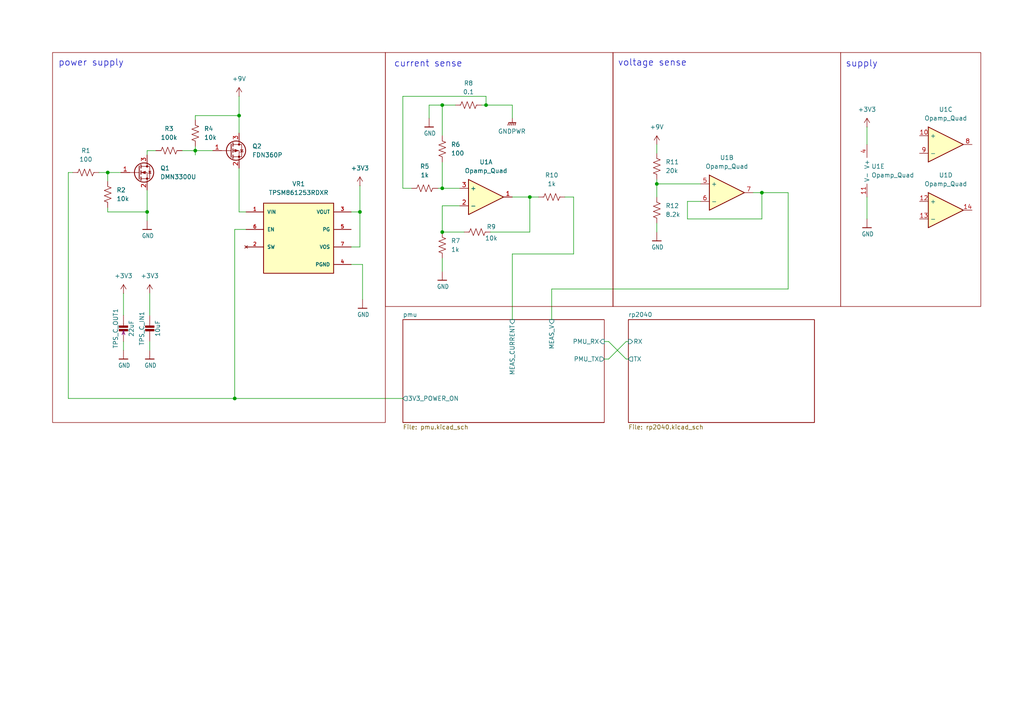
<source format=kicad_sch>
(kicad_sch (version 20250114) (generator "eeschema") (generator_version "9.0")
  (paper "A4")
  (lib_symbols
    (symbol "Adafruit Feather RP2040 RFM-eagle-import:CAP_CERAMIC0805-NOOUTLINE"
      (property "Reference" "C" (at -2.29 1.25 90))
      (symbol "CAP_CERAMIC0805-NOOUTLINE_1_0"
        (rectangle (start -1.27 1.524) (end 1.27 2.032) (fill (type outline)))
        (rectangle (start -1.27 0.508) (end 1.27 1.016) (fill (type outline)))
        (polyline (pts (xy 0 2.54) (xy 0 1.778)) (stroke (width 0.1524)))
        (polyline (pts (xy 0 0.762) (xy 0 0)) (stroke (width 0.1524)))
        (pin passive line (at 0 5.08 270) (length 2.54) (name "1") (number "1"))
        (pin passive line (at 0 -2.54 90) (length 2.54) (name "2") (number "2"))
      )
    )
    (symbol "Adafruit Feather RP2040 RFM-eagle-import:GND" (power)
      (symbol "GND_1_0"
        (polyline (pts (xy -1.27 0) (xy 1.27 0)) (stroke (width 0.254)))
        (pin power_in line (at 0 2.54 270) (length 2.54) (name "GND") (number "1"))
      )
    )
    (symbol "Device:Opamp_Quad"
      (property "Reference" "U" (at 0 5.08 0))
      (property "Value" "Opamp_Quad" (at 0 -5.08 0))
      (symbol "Opamp_Quad_1_1"
        (polyline (pts (xy -5.08 5.08) (xy 5.08 0) (xy -5.08 -5.08) (xy -5.08 5.08)) (stroke (width 0.254)) (fill (type background)))
        (pin input line (at -7.62 2.54 0) (length 2.54) (name "+") (number "3"))
        (pin input line (at -7.62 -2.54 0) (length 2.54) (name "-") (number "2"))
        (pin output line (at 7.62 0 180) (length 2.54) (name "~") (number "1"))
      )
      (symbol "Opamp_Quad_2_1"
        (polyline (pts (xy -5.08 5.08) (xy 5.08 0) (xy -5.08 -5.08) (xy -5.08 5.08)) (stroke (width 0.254)) (fill (type background)))
        (pin input line (at -7.62 2.54 0) (length 2.54) (name "+") (number "5"))
        (pin input line (at -7.62 -2.54 0) (length 2.54) (name "-") (number "6"))
        (pin output line (at 7.62 0 180) (length 2.54) (name "~") (number "7"))
      )
      (symbol "Opamp_Quad_3_1"
        (polyline (pts (xy -5.08 5.08) (xy 5.08 0) (xy -5.08 -5.08) (xy -5.08 5.08)) (stroke (width 0.254)) (fill (type background)))
        (pin input line (at -7.62 2.54 0) (length 2.54) (name "+") (number "10"))
        (pin input line (at -7.62 -2.54 0) (length 2.54) (name "-") (number "9"))
        (pin output line (at 7.62 0 180) (length 2.54) (name "~") (number "8"))
      )
      (symbol "Opamp_Quad_4_1"
        (polyline (pts (xy -5.08 5.08) (xy 5.08 0) (xy -5.08 -5.08) (xy -5.08 5.08)) (stroke (width 0.254)) (fill (type background)))
        (pin input line (at -7.62 2.54 0) (length 2.54) (name "+") (number "12"))
        (pin input line (at -7.62 -2.54 0) (length 2.54) (name "-") (number "13"))
        (pin output line (at 7.62 0 180) (length 2.54) (name "~") (number "14"))
      )
      (symbol "Opamp_Quad_5_1"
        (pin power_in line (at -2.54 7.62 270) (length 3.81) (name "V+") (number "4"))
        (pin power_in line (at -2.54 -7.62 90) (length 3.81) (name "V-") (number "11"))
      )
    )
    (symbol "Device:R_US" (pin_numbers (hide yes)) (pin_names (offset 0))
      (property "Reference" "R" (at 2.54 0 90))
      (property "Value" "R_US" (at -2.54 0 90))
      (symbol "R_US_0_1"
        (polyline (pts (xy 0 2.286) (xy 0 2.54)))
        (polyline (pts (xy 0 2.286) (xy 1.016 1.905) (xy 0 1.524) (xy -1.016 1.143) (xy 0 0.762)))
        (polyline (pts (xy 0 0.762) (xy 1.016 0.381) (xy 0 0) (xy -1.016 -0.381) (xy 0 -0.762)))
        (polyline (pts (xy 0 -0.762) (xy 1.016 -1.143) (xy 0 -1.524) (xy -1.016 -1.905) (xy 0 -2.286)))
        (polyline (pts (xy 0 -2.286) (xy 0 -2.54)))
      )
      (symbol "R_US_1_1"
        (pin passive line (at 0 3.81 270) (length 1.27) (name "~") (number "1"))
        (pin passive line (at 0 -3.81 90) (length 1.27) (name "~") (number "2"))
      )
    )
    (symbol "Transistor_FET:DMN3300U" (pin_names (offset 0) (hide yes))
      (property "Reference" "Q" (at 5.08 1.905 0))
      (property "Value" "DMN3300U" (at 5.08 0 0))
      (symbol "DMN3300U_0_1"
        (polyline (pts (xy 0.254 1.905) (xy 0.254 -1.905)) (stroke (width 0.254)))
        (polyline (pts (xy 0.254 0) (xy -2.54 0)))
        (polyline (pts (xy 0.762 2.286) (xy 0.762 1.27)) (stroke (width 0.254)))
        (polyline (pts (xy 0.762 0.508) (xy 0.762 -0.508)) (stroke (width 0.254)))
        (polyline (pts (xy 0.762 -1.27) (xy 0.762 -2.286)) (stroke (width 0.254)))
        (polyline (pts (xy 0.762 -1.778) (xy 3.302 -1.778) (xy 3.302 1.778) (xy 0.762 1.778)))
        (polyline (pts (xy 1.016 0) (xy 2.032 0.381) (xy 2.032 -0.381) (xy 1.016 0)) (fill (type outline)))
        (circle (center 1.651 0) (radius 2.794) (stroke (width 0.254)))
        (polyline (pts (xy 2.54 2.54) (xy 2.54 1.778)))
        (circle (center 2.54 1.778) (radius 0.254) (fill (type outline)))
        (circle (center 2.54 -1.778) (radius 0.254) (fill (type outline)))
        (polyline (pts (xy 2.54 -2.54) (xy 2.54 0) (xy 0.762 0)))
        (polyline (pts (xy 2.921 0.381) (xy 3.683 0.381)))
        (polyline (pts (xy 3.302 0.381) (xy 2.921 -0.254) (xy 3.683 -0.254) (xy 3.302 0.381)))
      )
      (symbol "DMN3300U_1_1"
        (pin input line (at -5.08 0 0) (length 2.54) (name "G") (number "1"))
        (pin passive line (at 2.54 5.08 270) (length 2.54) (name "D") (number "3"))
        (pin passive line (at 2.54 -5.08 90) (length 2.54) (name "S") (number "2"))
      )
    )
    (symbol "Transistor_FET:FDN340P" (pin_names (hide yes))
      (property "Reference" "Q" (at 5.08 1.905 0))
      (property "Value" "FDN340P" (at 5.08 0 0))
      (symbol "FDN340P_0_1"
        (polyline (pts (xy 0.254 1.905) (xy 0.254 -1.905)) (stroke (width 0.254)))
        (polyline (pts (xy 0.254 0) (xy -2.54 0)))
        (polyline (pts (xy 0.762 2.286) (xy 0.762 1.27)) (stroke (width 0.254)))
        (polyline (pts (xy 0.762 1.778) (xy 3.302 1.778) (xy 3.302 -1.778) (xy 0.762 -1.778)))
        (polyline (pts (xy 0.762 0.508) (xy 0.762 -0.508)) (stroke (width 0.254)))
        (polyline (pts (xy 0.762 -1.27) (xy 0.762 -2.286)) (stroke (width 0.254)))
        (circle (center 1.651 0) (radius 2.794) (stroke (width 0.254)))
        (polyline (pts (xy 2.286 0) (xy 1.27 0.381) (xy 1.27 -0.381) (xy 2.286 0)) (fill (type outline)))
        (polyline (pts (xy 2.54 2.54) (xy 2.54 1.778)))
        (circle (center 2.54 1.778) (radius 0.254) (fill (type outline)))
        (circle (center 2.54 -1.778) (radius 0.254) (fill (type outline)))
        (polyline (pts (xy 2.54 -2.54) (xy 2.54 0) (xy 0.762 0)))
        (polyline (pts (xy 2.794 -0.508) (xy 2.921 -0.381) (xy 3.683 -0.381) (xy 3.81 -0.254)))
        (polyline (pts (xy 3.302 -0.381) (xy 2.921 0.254) (xy 3.683 0.254) (xy 3.302 -0.381)))
      )
      (symbol "FDN340P_1_1"
        (pin input line (at -5.08 0 0) (length 2.54) (name "G") (number "1"))
        (pin passive line (at 2.54 5.08 270) (length 2.54) (name "D") (number "3"))
        (pin passive line (at 2.54 -5.08 90) (length 2.54) (name "S") (number "2"))
      )
    )
    (symbol "bramble:TPSM861253RDXR" (pin_names (offset 1.016))
      (property "Reference" "VR" (at -10.16 10.922 0))
      (property "Value" "TPSM861253RDXR" (at -10.16 -12.7 0))
      (symbol "TPSM861253RDXR_0_0"
        (rectangle (start -10.16 -10.16) (end 10.16 10.16) (stroke (width 0.254)) (fill (type background)))
        (pin input line (at -15.24 7.62 0) (length 5.08) (name "VIN") (number "1"))
        (pin input line (at -15.24 2.54 0) (length 5.08) (name "EN") (number "6"))
        (pin no_connect line (at -15.24 -2.54 0) (length 5.08) (name "SW") (number "2"))
        (pin output line (at 15.24 7.62 180) (length 5.08) (name "VOUT") (number "3"))
        (pin output line (at 15.24 2.54 180) (length 5.08) (name "PG") (number "5"))
        (pin input line (at 15.24 -2.54 180) (length 5.08) (name "VOS") (number "7"))
        (pin power_in line (at 15.24 -7.62 180) (length 5.08) (name "PGND") (number "4"))
      )
    )
    (symbol "power:+3.3V" (power) (pin_numbers (hide yes)) (pin_names (offset 0) (hide yes))
      (property "Value" "+3.3V" (at 0 3.556 0))
      (symbol "+3.3V_0_1"
        (polyline (pts (xy -0.762 1.27) (xy 0 2.54)))
        (polyline (pts (xy 0 2.54) (xy 0.762 1.27)))
        (polyline (pts (xy 0 0) (xy 0 2.54)))
      )
      (symbol "+3.3V_1_1"
        (pin power_in line (at 0 0 90) (length 0) (name "~") (number "1"))
      )
    )
    (symbol "power:+9V" (power) (pin_numbers (hide yes)) (pin_names (offset 0) (hide yes))
      (property "Value" "+9V" (at 0 3.556 0))
      (symbol "+9V_0_1"
        (polyline (pts (xy -0.762 1.27) (xy 0 2.54)))
        (polyline (pts (xy 0 2.54) (xy 0.762 1.27)))
        (polyline (pts (xy 0 0) (xy 0 2.54)))
      )
      (symbol "+9V_1_1"
        (pin power_in line (at 0 0 90) (length 0) (name "~") (number "1"))
      )
    )
    (symbol "power:GNDPWR" (power) (pin_numbers (hide yes)) (pin_names (offset 0) (hide yes))
      (property "Value" "GNDPWR" (at 0 -3.302 0))
      (symbol "GNDPWR_0_1"
        (polyline (pts (xy -1.016 -1.27) (xy -1.27 -2.032) (xy -1.27 -2.032)) (stroke (width 0.2032)))
        (polyline (pts (xy -0.508 -1.27) (xy -0.762 -2.032) (xy -0.762 -2.032)) (stroke (width 0.2032)))
        (polyline (pts (xy 0 -1.27) (xy 0 0)))
        (polyline (pts (xy 0 -1.27) (xy -0.254 -2.032) (xy -0.254 -2.032)) (stroke (width 0.2032)))
        (polyline (pts (xy 0.508 -1.27) (xy 0.254 -2.032) (xy 0.254 -2.032)) (stroke (width 0.2032)))
        (polyline (pts (xy 1.016 -1.27) (xy -1.016 -1.27) (xy -1.016 -1.27)) (stroke (width 0.2032)))
        (polyline (pts (xy 1.016 -1.27) (xy 0.762 -2.032) (xy 0.762 -2.032) (xy 0.762 -2.032)) (stroke (width 0.2032)))
      )
      (symbol "GNDPWR_1_1"
        (pin power_in line (at 0 0 270) (length 0) (name "~") (number "1"))
      )
    )
  )
  (rectangle (start 15.24 15.24) (end 111.76 122.555) (stroke (width 0) (color 132 0 0 1)))
  (rectangle (start 111.76 15.24) (end 177.8 88.9) (stroke (width 0) (color 132 0 0 1)))
  (rectangle (start 243.84 15.24) (end 284.48 88.9) (stroke (width 0) (color 132 0 0 1)))
  (rectangle (start 177.8 15.24) (end 243.84 88.9) (stroke (width 0) (color 132 0 0 1)))
  (text "supply" (at 249.936 18.542 0) (effects (font (size 1.905 1.905))))
  (text "voltage sense" (at 189.23 18.288 0) (effects (font (size 1.905 1.905))))
  (text "current sense" (at 124.206 18.542 0) (effects (font (size 1.905 1.905))))
  (text "power supply" (at 26.416 18.288 0) (effects (font (size 1.905 1.905))))
  (junction (at 128.27 30.48))
  (junction (at 153.67 57.15))
  (junction (at 190.5 53.34))
  (junction (at 104.394 61.468))
  (junction (at 220.98 55.88))
  (junction (at 68.072 115.57))
  (junction (at 69.342 33.528))
  (junction (at 128.27 54.61))
  (junction (at 56.642 43.688))
  (junction (at 140.97 30.48))
  (junction (at 42.672 61.468))
  (junction (at 31.242 50.038))
  (junction (at 128.27 67.31))
  (wire (pts (xy 21.082 50.038) (xy 19.812 50.038)))
  (wire (pts (xy 176.53 99.06) (xy 181.61 104.14)))
  (wire (pts (xy 190.5 52.07) (xy 190.5 53.34)))
  (wire (pts (xy 176.53 104.14) (xy 181.61 99.06)))
  (wire (pts (xy 190.5 53.34) (xy 190.5 57.15)))
  (wire (pts (xy 105.156 86.868) (xy 105.156 76.708)))
  (wire (pts (xy 251.46 57.15) (xy 251.46 63.5)))
  (wire (pts (xy 42.672 43.688) (xy 42.672 44.958)))
  (wire (pts (xy 160.02 83.82) (xy 160.02 92.71)))
  (wire (pts (xy 45.212 43.688) (xy 42.672 43.688)))
  (wire (pts (xy 31.242 52.578) (xy 31.242 50.038)))
  (wire (pts (xy 35.814 99.06) (xy 35.814 101.6)) (stroke (width 0.1524)))
  (wire (pts (xy 116.84 27.94) (xy 116.84 54.61)))
  (wire (pts (xy 148.59 30.48) (xy 148.59 34.29)))
  (wire (pts (xy 203.2 58.42) (xy 199.39 58.42)))
  (wire (pts (xy 101.854 61.468) (xy 104.394 61.468)))
  (wire (pts (xy 43.434 99.06) (xy 43.434 101.6)) (stroke (width 0.1524)))
  (wire (pts (xy 153.67 57.15) (xy 156.21 57.15)))
  (wire (pts (xy 128.27 67.31) (xy 134.62 67.31)))
  (wire (pts (xy 31.242 50.038) (xy 35.052 50.038)))
  (wire (pts (xy 181.61 104.14) (xy 182.245 104.14)))
  (wire (pts (xy 69.342 27.94) (xy 69.342 33.528)))
  (wire (pts (xy 128.27 30.48) (xy 132.08 30.48)))
  (wire (pts (xy 56.642 34.798) (xy 56.642 33.528)))
  (wire (pts (xy 199.39 58.42) (xy 199.39 63.5)))
  (wire (pts (xy 228.6 55.88) (xy 228.6 83.82)))
  (wire (pts (xy 190.5 64.77) (xy 190.5 67.31)))
  (wire (pts (xy 56.642 43.688) (xy 61.722 43.688)))
  (wire (pts (xy 116.84 54.61) (xy 119.38 54.61)))
  (wire (pts (xy 124.46 30.48) (xy 128.27 30.48)))
  (wire (pts (xy 52.832 43.688) (xy 56.642 43.688)))
  (wire (pts (xy 181.61 99.06) (xy 182.245 99.06)))
  (wire (pts (xy 69.342 61.468) (xy 71.374 61.468)))
  (wire (pts (xy 31.242 60.198) (xy 31.242 61.468)))
  (wire (pts (xy 42.672 61.468) (xy 42.672 55.118)))
  (wire (pts (xy 220.98 63.5) (xy 220.98 55.88)))
  (wire (pts (xy 71.374 66.548) (xy 68.072 66.548)))
  (wire (pts (xy 68.072 115.57) (xy 116.84 115.57)))
  (wire (pts (xy 69.342 38.608) (xy 69.342 33.528)))
  (wire (pts (xy 101.854 71.628) (xy 104.394 71.628)))
  (wire (pts (xy 160.02 83.82) (xy 228.6 83.82)))
  (wire (pts (xy 105.156 76.708) (xy 101.854 76.708)))
  (wire (pts (xy 43.434 85.09) (xy 43.434 91.44)))
  (wire (pts (xy 220.98 55.88) (xy 228.6 55.88)))
  (wire (pts (xy 56.642 33.528) (xy 69.342 33.528)))
  (wire (pts (xy 140.97 30.48) (xy 140.97 27.94)))
  (wire (pts (xy 163.83 57.15) (xy 166.37 57.15)))
  (wire (pts (xy 140.97 30.48) (xy 148.59 30.48)))
  (wire (pts (xy 35.814 85.09) (xy 35.814 91.44)))
  (wire (pts (xy 133.35 59.69) (xy 128.27 59.69)))
  (wire (pts (xy 153.67 67.31) (xy 153.67 57.15)))
  (wire (pts (xy 128.27 54.61) (xy 133.35 54.61)))
  (wire (pts (xy 175.26 99.06) (xy 176.53 99.06)))
  (wire (pts (xy 220.98 55.88) (xy 218.44 55.88)))
  (wire (pts (xy 190.5 41.91) (xy 190.5 44.45)))
  (wire (pts (xy 190.5 53.34) (xy 203.2 53.34)))
  (wire (pts (xy 128.27 59.69) (xy 128.27 67.31)))
  (wire (pts (xy 175.26 104.14) (xy 176.53 104.14)))
  (wire (pts (xy 128.27 46.99) (xy 128.27 54.61)))
  (wire (pts (xy 128.27 30.48) (xy 128.27 39.37)))
  (wire (pts (xy 104.394 71.628) (xy 104.394 61.468)))
  (wire (pts (xy 104.394 53.848) (xy 104.394 61.468)))
  (wire (pts (xy 42.672 61.468) (xy 42.672 64.008)))
  (wire (pts (xy 148.59 73.66) (xy 148.59 92.71)))
  (wire (pts (xy 139.7 30.48) (xy 140.97 30.48)))
  (wire (pts (xy 128.27 74.93) (xy 128.27 78.74)))
  (wire (pts (xy 166.37 57.15) (xy 166.37 73.66)))
  (wire (pts (xy 148.59 73.66) (xy 166.37 73.66)))
  (wire (pts (xy 199.39 63.5) (xy 220.98 63.5)))
  (wire (pts (xy 56.642 42.418) (xy 56.642 43.688)))
  (wire (pts (xy 28.702 50.038) (xy 31.242 50.038)))
  (wire (pts (xy 19.812 115.57) (xy 68.072 115.57)))
  (wire (pts (xy 19.812 50.038) (xy 19.812 115.57)))
  (wire (pts (xy 124.46 34.29) (xy 124.46 30.48)))
  (wire (pts (xy 142.24 67.31) (xy 153.67 67.31)))
  (wire (pts (xy 31.242 61.468) (xy 42.672 61.468)))
  (wire (pts (xy 140.97 27.94) (xy 116.84 27.94)))
  (wire (pts (xy 153.67 57.15) (xy 148.59 57.15)))
  (wire (pts (xy 127 54.61) (xy 128.27 54.61)))
  (wire (pts (xy 69.342 48.768) (xy 69.342 61.468)))
  (wire (pts (xy 68.072 66.548) (xy 68.072 115.57)))
  (wire (pts (xy 251.46 36.83) (xy 251.46 41.91)))
  (wire (pts (xy 56.642 44.958) (xy 56.642 43.688)))
  (symbol (lib_id "Device:R_US") (at 160.02 57.15 270) (unit 1)
    (property "Reference" "R10" (at 160.02 50.8 90))
    (property "Value" "1k" (at 160.02 53.34 90))
    (property "Footprint" "Resistor_SMD:R_0805_2012Metric" (effects (hide yes)))
    (property "Description" "Resistor, US symbol" (effects (hide yes)))
  )
  (symbol (lib_id "power:GNDPWR") (at 148.59 34.29 0) (unit 1)
    (property "Reference" "#PWR05" (effects (hide yes)))
    (property "Value" "GNDPWR" (at 148.463 38.1 0))
    (property "Description" "Power symbol creates a global label with name \"GNDPWR\" , global ground" (effects (hide yes)))
  )
  (symbol (lib_id "Device:Opamp_Quad") (at 274.32 41.91 0) (unit 3)
    (property "Reference" "U1" (at 274.32 31.75 0))
    (property "Value" "Opamp_Quad" (at 274.32 34.29 0))
    (property "Footprint" "Package_SO:TSSOP-14_4.4x5mm_P0.65mm" (effects (hide yes)))
    (property "Description" "Quad operational amplifier" (effects (hide yes)))
    (property "Sim.Library" "${KICAD9_SYMBOL_DIR}/Simulation_SPICE.sp" (effects (hide yes)))
    (property "Sim.Name" "kicad_builtin_opamp_quad" (effects (hide yes)))
    (property "Sim.Device" "SUBCKT" (effects (hide yes)))
    (property "Sim.Pins" "1=out1 2=in1- 3=in1+ 4=vcc 5=in2+ 6=in2- 7=out2 8=out3 9=in3- 10=in3+ 11=vee 12=in4+ 13=in4- 14=out4" (effects (hide yes)))
  )
  (symbol (lib_id "Transistor_FET:DMN3300U") (at 40.132 50.038 0) (unit 1)
    (property "Reference" "Q1" (at 46.482 48.7679 0) (effects (justify left)))
    (property "Value" "DMN3300U" (at 46.482 51.3079 0) (effects (justify left)))
    (property "Footprint" "Package_TO_SOT_SMD:SOT-23" (effects (hide yes)))
    (property "Datasheet" "http://www.diodes.com/assets/Datasheets/ds31181.pdf" (effects (hide yes)))
    (property "Description" "2A Id, 30V Vds, N-Channel MOSFET, SOT-23" (effects (hide yes)))
  )
  (symbol (lib_id "Device:Opamp_Quad") (at 140.97 57.15 0) (unit 1)
    (property "Reference" "U1" (at 140.97 46.99 0))
    (property "Value" "Opamp_Quad" (at 140.97 49.53 0))
    (property "Footprint" "Package_SO:TSSOP-14_4.4x5mm_P0.65mm" (effects (hide yes)))
    (property "Description" "Quad operational amplifier" (effects (hide yes)))
    (property "Sim.Library" "${KICAD9_SYMBOL_DIR}/Simulation_SPICE.sp" (effects (hide yes)))
    (property "Sim.Name" "kicad_builtin_opamp_quad" (effects (hide yes)))
    (property "Sim.Device" "SUBCKT" (effects (hide yes)))
    (property "Sim.Pins" "1=out1 2=in1- 3=in1+ 4=vcc 5=in2+ 6=in2- 7=out2 8=out3 9=in3- 10=in3+ 11=vee 12=in4+ 13=in4- 14=out4" (effects (hide yes)))
  )
  (symbol (lib_id "Adafruit Feather RP2040 RFM-eagle-import:GND") (at 128.27 81.28 0) (unit 1)
    (property "Reference" "#U$06" (effects (hide yes)))
    (property "Value" "GND" (at 126.746 83.82 0) (effects (font (size 1.27 1.0795)) (justify left bottom)))
  )
  (symbol (lib_id "Device:Opamp_Quad") (at 210.82 55.88 0) (unit 2)
    (property "Reference" "U1" (at 210.82 45.72 0))
    (property "Value" "Opamp_Quad" (at 210.82 48.26 0))
    (property "Footprint" "Package_SO:TSSOP-14_4.4x5mm_P0.65mm" (effects (hide yes)))
    (property "Description" "Quad operational amplifier" (effects (hide yes)))
    (property "Sim.Library" "${KICAD9_SYMBOL_DIR}/Simulation_SPICE.sp" (effects (hide yes)))
    (property "Sim.Name" "kicad_builtin_opamp_quad" (effects (hide yes)))
    (property "Sim.Device" "SUBCKT" (effects (hide yes)))
    (property "Sim.Pins" "1=out1 2=in1- 3=in1+ 4=vcc 5=in2+ 6=in2- 7=out2 8=out3 9=in3- 10=in3+ 11=vee 12=in4+ 13=in4- 14=out4" (effects (hide yes)))
  )
  (symbol (lib_id "Device:R_US") (at 56.642 38.608 0) (unit 1)
    (property "Reference" "R4" (at 59.182 37.3379 0) (effects (justify left)))
    (property "Value" "10k" (at 59.182 39.8779 0) (effects (justify left)))
    (property "Footprint" "Capacitor_SMD:C_0805_2012Metric" (effects (hide yes)))
    (property "Description" "Resistor, US symbol" (effects (hide yes)))
  )
  (symbol (lib_id "Device:R_US") (at 49.022 43.688 270) (unit 1)
    (property "Reference" "R3" (at 49.022 37.338 90))
    (property "Value" "100k" (at 49.022 39.878 90))
    (property "Footprint" "Capacitor_SMD:C_0805_2012Metric" (effects (hide yes)))
    (property "Description" "Resistor, US symbol" (effects (hide yes)))
  )
  (symbol (lib_id "Adafruit Feather RP2040 RFM-eagle-import:CAP_CERAMIC0805-NOOUTLINE") (at 43.434 96.52 0) (unit 1)
    (property "Reference" "TPS_C_IN1" (at 41.144 95.27 90))
    (property "Value" "10uF" (at 45.734 95.27 90))
    (property "Footprint" "Capacitor_SMD:C_0805_2012Metric" (effects (hide yes)))
  )
  (symbol (lib_id "Adafruit Feather RP2040 RFM-eagle-import:GND") (at 251.46 66.04 0) (unit 1)
    (property "Reference" "#U$08" (effects (hide yes)))
    (property "Value" "GND" (at 249.936 68.58 0) (effects (font (size 1.27 1.0795)) (justify left bottom)))
  )
  (symbol (lib_id "Device:R_US") (at 31.242 56.388 0) (unit 1)
    (property "Reference" "R2" (at 33.782 55.1179 0) (effects (justify left)))
    (property "Value" "10k" (at 33.782 57.6579 0) (effects (justify left)))
    (property "Footprint" "Resistor_SMD:R_0805_2012Metric" (effects (hide yes)))
    (property "Description" "Resistor, US symbol" (effects (hide yes)))
  )
  (symbol (lib_id "Device:R_US") (at 24.892 50.038 270) (unit 1)
    (property "Reference" "R1" (at 24.892 43.688 90))
    (property "Value" "100" (at 24.892 46.228 90))
    (property "Footprint" "Resistor_SMD:R_0805_2012Metric" (effects (hide yes)))
    (property "Description" "Resistor, US symbol" (effects (hide yes)))
  )
  (symbol (lib_id "Device:Opamp_Quad") (at 274.32 60.96 0) (unit 4)
    (property "Reference" "U1" (at 274.32 50.8 0))
    (property "Value" "Opamp_Quad" (at 274.32 53.34 0))
    (property "Footprint" "Package_SO:TSSOP-14_4.4x5mm_P0.65mm" (effects (hide yes)))
    (property "Description" "Quad operational amplifier" (effects (hide yes)))
    (property "Sim.Library" "${KICAD9_SYMBOL_DIR}/Simulation_SPICE.sp" (effects (hide yes)))
    (property "Sim.Name" "kicad_builtin_opamp_quad" (effects (hide yes)))
    (property "Sim.Device" "SUBCKT" (effects (hide yes)))
    (property "Sim.Pins" "1=out1 2=in1- 3=in1+ 4=vcc 5=in2+ 6=in2- 7=out2 8=out3 9=in3- 10=in3+ 11=vee 12=in4+ 13=in4- 14=out4" (effects (hide yes)))
  )
  (symbol (lib_id "Device:R_US") (at 190.5 60.96 180) (unit 1)
    (property "Reference" "R12" (at 193.04 59.6899 0) (effects (justify right)))
    (property "Value" "8.2k" (at 193.04 62.2299 0) (effects (justify right)))
    (property "Footprint" "Resistor_SMD:R_0805_2012Metric" (effects (hide yes)))
    (property "Description" "Resistor, US symbol" (effects (hide yes)))
  )
  (symbol (lib_id "Device:R_US") (at 128.27 71.12 180) (unit 1)
    (property "Reference" "R7" (at 130.81 69.8499 0) (effects (justify right)))
    (property "Value" "1k" (at 130.81 72.3899 0) (effects (justify right)))
    (property "Footprint" "Resistor_SMD:R_0805_2012Metric" (effects (hide yes)))
    (property "Description" "Resistor, US symbol" (effects (hide yes)))
  )
  (symbol (lib_id "Device:R_US") (at 128.27 43.18 180) (unit 1)
    (property "Reference" "R6" (at 130.81 41.9099 0) (effects (justify right)))
    (property "Value" "100" (at 130.81 44.4499 0) (effects (justify right)))
    (property "Footprint" "Resistor_SMD:R_0805_2012Metric" (effects (hide yes)))
    (property "Description" "Resistor, US symbol" (effects (hide yes)))
  )
  (symbol (lib_id "Device:R_US") (at 138.43 67.31 90) (unit 1)
    (property "Reference" "R9" (at 142.494 65.786 90))
    (property "Value" "10k" (at 142.494 69.088 90))
    (property "Footprint" "Resistor_SMD:R_0805_2012Metric" (effects (hide yes)))
    (property "Description" "Resistor, US symbol" (effects (hide yes)))
  )
  (symbol (lib_id "Device:R_US") (at 123.19 54.61 270) (unit 1)
    (property "Reference" "R5" (at 123.19 48.26 90))
    (property "Value" "1k" (at 123.19 50.8 90))
    (property "Footprint" "Resistor_SMD:R_0805_2012Metric" (effects (hide yes)))
    (property "Description" "Resistor, US symbol" (effects (hide yes)))
  )
  (symbol (lib_id "power:+3.3V") (at 251.46 36.83 0) (unit 1)
    (property "Reference" "#PWR07" (effects (hide yes)))
    (property "Value" "+3V3" (at 251.46 31.75 0))
    (property "Description" "Power symbol creates a global label with name \"+3.3V\"" (effects (hide yes)))
  )
  (symbol (lib_id "Adafruit Feather RP2040 RFM-eagle-import:GND") (at 105.156 89.408 0) (unit 1)
    (property "Reference" "#U$04" (effects (hide yes)))
    (property "Value" "GND" (at 103.632 91.948 0) (effects (font (size 1.27 1.0795)) (justify left bottom)))
  )
  (symbol (lib_id "power:+9V") (at 69.342 27.94 0) (unit 1)
    (property "Reference" "#PWR03" (effects (hide yes)))
    (property "Value" "+9V" (at 69.342 22.86 0))
    (property "Description" "Power symbol creates a global label with name \"+9V\"" (effects (hide yes)))
  )
  (symbol (lib_id "power:+3.3V") (at 104.394 53.848 0) (unit 1)
    (property "Reference" "#PWR04" (effects (hide yes)))
    (property "Value" "+3V3" (at 104.394 48.768 0))
    (property "Description" "Power symbol creates a global label with name \"+3.3V\"" (effects (hide yes)))
  )
  (symbol (lib_id "Adafruit Feather RP2040 RFM-eagle-import:GND") (at 35.814 104.14 0) (unit 1)
    (property "Reference" "#U$01" (effects (hide yes)))
    (property "Value" "GND" (at 34.29 106.68 0) (effects (font (size 1.27 1.0795)) (justify left bottom)))
  )
  (symbol (lib_id "Adafruit Feather RP2040 RFM-eagle-import:GND") (at 124.46 36.83 0) (unit 1)
    (property "Reference" "#U$05" (effects (hide yes)))
    (property "Value" "GND" (at 122.936 39.37 0) (effects (font (size 1.27 1.0795)) (justify left bottom)))
  )
  (symbol (lib_id "bramble:TPSM861253RDXR") (at 86.614 69.088 0) (unit 1)
    (property "Reference" "VR1" (at 86.614 53.34 0))
    (property "Value" "TPSM861253RDXR" (at 86.614 55.88 0))
    (property "Footprint" "Bramble:VREG_TPSM861253RDXR" (effects (hide yes)))
    (property "Datasheet" "https://www.ti.com/lit/gpn/tpsm861253" (effects (hide yes)))
    (property "MF" "Texas Instruments" (effects (hide yes)))
    (property "MAXIMUM_PACKAGE_HEIGHT" "2.1mm" (effects (hide yes)))
    (property "Package" "PowerFQFN-7 Texas Instruments" (effects (hide yes)))
    (property "Price" "None" (effects (hide yes)))
    (property "Check_prices" "https://www.snapeda.com/parts/TPSM861253RDXR/Texas+Instruments/view-part/?ref=eda" (effects (hide yes)))
    (property "STANDARD" "Manufacturer Recommendations" (effects (hide yes)))
    (property "PARTREV" "B" (effects (hide yes)))
    (property "SnapEDA_Link" "https://www.snapeda.com/parts/TPSM861253RDXR/Texas+Instruments/view-part/?ref=snap" (effects (hide yes)))
    (property "MP" "TPSM861253RDXR" (effects (hide yes)))
    (property "Description_1" "3V to 17V input voltage, 3.3V, 1A output synchronous buck module in QFN package" (effects (hide yes)))
    (property "Availability" "In Stock" (effects (hide yes)))
    (property "MANUFACTURER" "Texas Instruments" (effects (hide yes)))
  )
  (symbol (lib_id "Device:R_US") (at 190.5 48.26 180) (unit 1)
    (property "Reference" "R11" (at 193.04 46.9899 0) (effects (justify right)))
    (property "Value" "20k" (at 193.04 49.5299 0) (effects (justify right)))
    (property "Footprint" "Resistor_SMD:R_0805_2012Metric" (effects (hide yes)))
    (property "Description" "Resistor, US symbol" (effects (hide yes)))
  )
  (symbol (lib_id "power:+3.3V") (at 43.434 85.09 0) (unit 1)
    (property "Reference" "#PWR02" (effects (hide yes)))
    (property "Value" "+3V3" (at 43.434 80.01 0))
    (property "Description" "Power symbol creates a global label with name \"+3.3V\"" (effects (hide yes)))
  )
  (symbol (lib_id "Transistor_FET:FDN340P") (at 66.802 43.688 0) (unit 1)
    (property "Reference" "Q2" (at 73.152 42.4179 0) (effects (justify left)))
    (property "Value" "FDN360P" (at 73.152 44.9579 0) (effects (justify left)))
    (property "Footprint" "Package_TO_SOT_SMD:SOT-23" (effects (hide yes)))
    (property "Datasheet" "https://www.onsemi.com/pub/Collateral/FDN340P-D.PDF" (effects (hide yes)))
    (property "Description" "-2A Id, -20V Vds, P-Channel MOSFET, 70mOhm Ron, SOT-23" (effects (hide yes)))
  )
  (symbol (lib_id "Adafruit Feather RP2040 RFM-eagle-import:GND") (at 190.5 69.85 0) (unit 1)
    (property "Reference" "#U$07" (effects (hide yes)))
    (property "Value" "GND" (at 188.976 72.39 0) (effects (font (size 1.27 1.0795)) (justify left bottom)))
  )
  (symbol (lib_id "power:+9V") (at 190.5 41.91 0) (unit 1)
    (property "Reference" "#PWR06" (effects (hide yes)))
    (property "Value" "+9V" (at 190.5 36.83 0))
    (property "Description" "Power symbol creates a global label with name \"+9V\"" (effects (hide yes)))
  )
  (symbol (lib_id "Adafruit Feather RP2040 RFM-eagle-import:GND") (at 42.672 66.548 0) (unit 1)
    (property "Reference" "#U$02" (effects (hide yes)))
    (property "Value" "GND" (at 41.148 69.088 0) (effects (font (size 1.27 1.0795)) (justify left bottom)))
  )
  (symbol (lib_id "Device:Opamp_Quad") (at 254 49.53 0) (unit 5)
    (property "Reference" "U1" (at 252.73 48.2599 0) (effects (justify left)))
    (property "Value" "Opamp_Quad" (at 252.73 50.7999 0) (effects (justify left)))
    (property "Footprint" "Package_SO:TSSOP-14_4.4x5mm_P0.65mm" (effects (hide yes)))
    (property "Description" "Quad operational amplifier" (effects (hide yes)))
    (property "Sim.Library" "${KICAD9_SYMBOL_DIR}/Simulation_SPICE.sp" (effects (hide yes)))
    (property "Sim.Name" "kicad_builtin_opamp_quad" (effects (hide yes)))
    (property "Sim.Device" "SUBCKT" (effects (hide yes)))
    (property "Sim.Pins" "1=out1 2=in1- 3=in1+ 4=vcc 5=in2+ 6=in2- 7=out2 8=out3 9=in3- 10=in3+ 11=vee 12=in4+ 13=in4- 14=out4" (effects (hide yes)))
  )
  (symbol (lib_id "Adafruit Feather RP2040 RFM-eagle-import:CAP_CERAMIC0805-NOOUTLINE") (at 35.814 96.52 0) (unit 1)
    (property "Reference" "TPS_C_OUT1" (at 33.524 95.27 90))
    (property "Value" "22uF" (at 38.114 95.27 90))
    (property "Footprint" "Capacitor_SMD:C_0805_2012Metric" (effects (hide yes)))
    (property "REV" "A" (at 35.814 96.52 0))
  )
  (symbol (lib_id "Adafruit Feather RP2040 RFM-eagle-import:GND") (at 43.434 104.14 0) (unit 1)
    (property "Reference" "#U$03" (effects (hide yes)))
    (property "Value" "GND" (at 41.91 106.68 0) (effects (font (size 1.27 1.0795)) (justify left bottom)))
  )
  (symbol (lib_id "power:+3.3V") (at 35.814 85.09 0) (unit 1)
    (property "Reference" "#PWR01" (effects (hide yes)))
    (property "Value" "+3V3" (at 35.814 80.01 0))
    (property "Description" "Power symbol creates a global label with name \"+3.3V\"" (effects (hide yes)))
  )
  (symbol (lib_id "Device:R_US") (at 135.89 30.48 90) (unit 1)
    (property "Reference" "R8" (at 135.89 24.13 90))
    (property "Value" "0.1" (at 135.89 26.67 90))
    (property "Footprint" "Resistor_THT:R_Axial_DIN0414_L11.9mm_D4.5mm_P15.24mm_Horizontal" (effects (hide yes)))
    (property "Description" "Resistor, US symbol" (effects (hide yes)))
  )
  (sheet (at 182.245 92.71) (size 53.975 29.845) (stroke (width 0.1524))
    (property "Sheetname" "rp2040" (at 182.245 91.9984 0) (effects (justify left bottom)))
    (property "Sheetfile" "rp2040.kicad_sch" (at 182.245 123.1396 0) (effects (justify left top)))
    (pin "TX" output (at 182.245 104.14 180))
    (pin "RX" input (at 182.245 99.06 180))
  )
  (sheet (at 116.84 92.71) (size 58.42 29.845) (stroke (width 0.1524))
    (property "Sheetname" "pmu" (at 116.84 91.9984 0) (effects (justify left bottom)))
    (property "Sheetfile" "pmu.kicad_sch" (at 116.84 123.1396 0) (effects (justify left top)))
    (pin "3V3_POWER_ON" output (at 116.84 115.57 180))
    (pin "PMU_RX" input (at 175.26 99.06 0))
    (pin "PMU_TX" output (at 175.26 104.14 0))
    (pin "MEAS_V" input (at 160.02 92.71 90))
    (pin "MEAS_CURRENT" input (at 148.59 92.71 90))
  )
)
</source>
